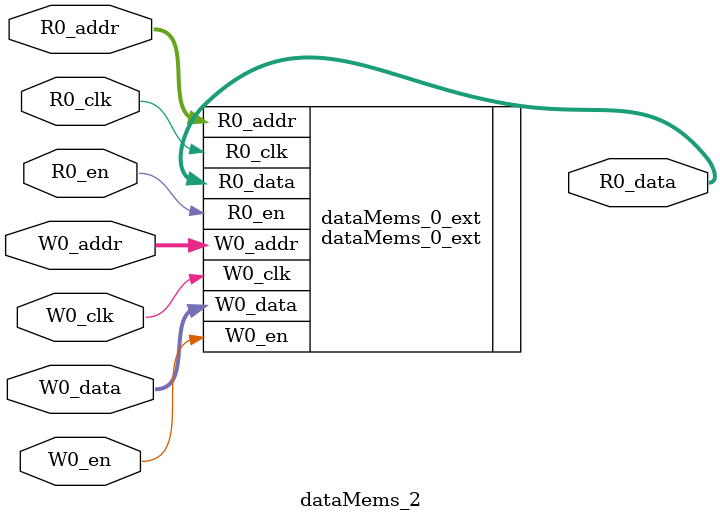
<source format=sv>
`ifndef RANDOMIZE
  `ifdef RANDOMIZE_REG_INIT
    `define RANDOMIZE
  `endif // RANDOMIZE_REG_INIT
`endif // not def RANDOMIZE
`ifndef RANDOMIZE
  `ifdef RANDOMIZE_MEM_INIT
    `define RANDOMIZE
  `endif // RANDOMIZE_MEM_INIT
`endif // not def RANDOMIZE

`ifndef RANDOM
  `define RANDOM $random
`endif // not def RANDOM

// Users can define 'PRINTF_COND' to add an extra gate to prints.
`ifndef PRINTF_COND_
  `ifdef PRINTF_COND
    `define PRINTF_COND_ (`PRINTF_COND)
  `else  // PRINTF_COND
    `define PRINTF_COND_ 1
  `endif // PRINTF_COND
`endif // not def PRINTF_COND_

// Users can define 'ASSERT_VERBOSE_COND' to add an extra gate to assert error printing.
`ifndef ASSERT_VERBOSE_COND_
  `ifdef ASSERT_VERBOSE_COND
    `define ASSERT_VERBOSE_COND_ (`ASSERT_VERBOSE_COND)
  `else  // ASSERT_VERBOSE_COND
    `define ASSERT_VERBOSE_COND_ 1
  `endif // ASSERT_VERBOSE_COND
`endif // not def ASSERT_VERBOSE_COND_

// Users can define 'STOP_COND' to add an extra gate to stop conditions.
`ifndef STOP_COND_
  `ifdef STOP_COND
    `define STOP_COND_ (`STOP_COND)
  `else  // STOP_COND
    `define STOP_COND_ 1
  `endif // STOP_COND
`endif // not def STOP_COND_

// Users can define INIT_RANDOM as general code that gets injected into the
// initializer block for modules with registers.
`ifndef INIT_RANDOM
  `define INIT_RANDOM
`endif // not def INIT_RANDOM

// If using random initialization, you can also define RANDOMIZE_DELAY to
// customize the delay used, otherwise 0.002 is used.
`ifndef RANDOMIZE_DELAY
  `define RANDOMIZE_DELAY 0.002
`endif // not def RANDOMIZE_DELAY

// Define INIT_RANDOM_PROLOG_ for use in our modules below.
`ifndef INIT_RANDOM_PROLOG_
  `ifdef RANDOMIZE
    `ifdef VERILATOR
      `define INIT_RANDOM_PROLOG_ `INIT_RANDOM
    `else  // VERILATOR
      `define INIT_RANDOM_PROLOG_ `INIT_RANDOM #`RANDOMIZE_DELAY begin end
    `endif // VERILATOR
  `else  // RANDOMIZE
    `define INIT_RANDOM_PROLOG_
  `endif // RANDOMIZE
`endif // not def INIT_RANDOM_PROLOG_

// Include register initializers in init blocks unless synthesis is set
`ifndef SYNTHESIS
  `ifndef ENABLE_INITIAL_REG_
    `define ENABLE_INITIAL_REG_
  `endif // not def ENABLE_INITIAL_REG_
`endif // not def SYNTHESIS

// Include rmemory initializers in init blocks unless synthesis is set
`ifndef SYNTHESIS
  `ifndef ENABLE_INITIAL_MEM_
    `define ENABLE_INITIAL_MEM_
  `endif // not def ENABLE_INITIAL_MEM_
`endif // not def SYNTHESIS

module dataMems_2(	// @[generators/ara/src/main/scala/UnsafeAXI4ToTL.scala:365:62]
  input  [4:0]   R0_addr,
  input          R0_en,
  input          R0_clk,
  output [130:0] R0_data,
  input  [4:0]   W0_addr,
  input          W0_en,
  input          W0_clk,
  input  [130:0] W0_data
);

  dataMems_0_ext dataMems_0_ext (	// @[generators/ara/src/main/scala/UnsafeAXI4ToTL.scala:365:62]
    .R0_addr (R0_addr),
    .R0_en   (R0_en),
    .R0_clk  (R0_clk),
    .R0_data (R0_data),
    .W0_addr (W0_addr),
    .W0_en   (W0_en),
    .W0_clk  (W0_clk),
    .W0_data (W0_data)
  );
endmodule


</source>
